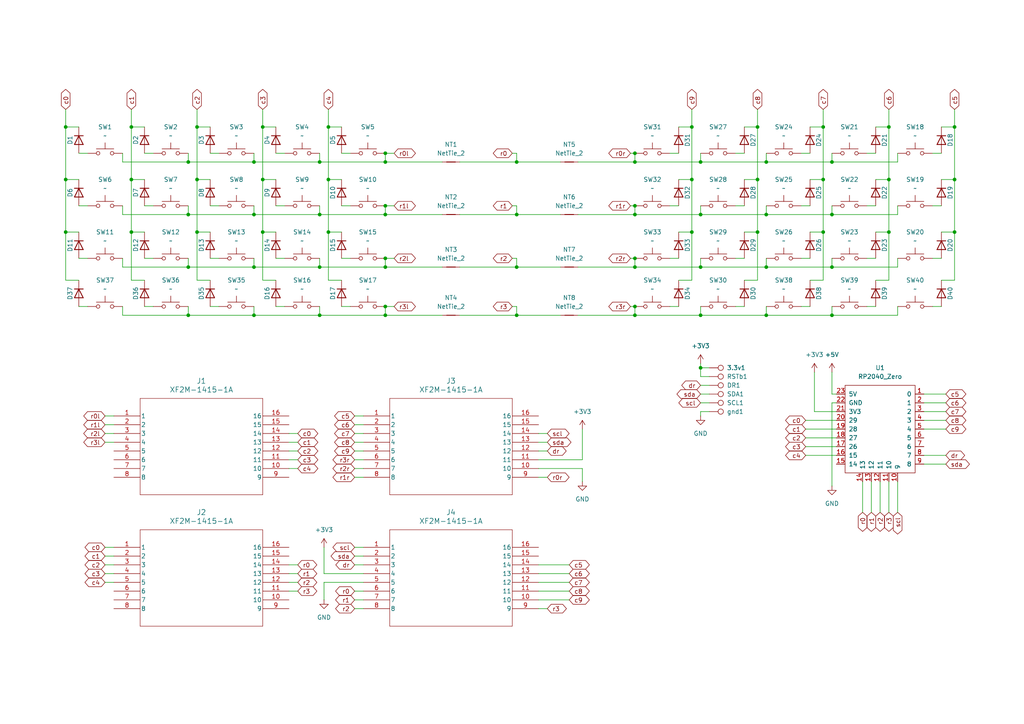
<source format=kicad_sch>
(kicad_sch (version 20250114) (generator "eeschema") (generator_version "9.0")
  (paper "A4")
  (junction (at 73.66 91.44))
  (junction (at 184.15 59.69))
  (junction (at 111.76 74.93))
  (junction (at 241.3 91.44))
  (junction (at 95.25 52.07))
  (junction (at 222.25 77.47))
  (junction (at 92.71 46.99))
  (junction (at 38.1 52.07))
  (junction (at 222.25 91.44))
  (junction (at 241.3 46.99))
  (junction (at 19.05 67.31))
  (junction (at 149.86 77.47))
  (junction (at 222.25 46.99))
  (junction (at 276.86 52.07))
  (junction (at 203.2 46.99))
  (junction (at 111.76 46.99))
  (junction (at 149.86 62.23))
  (junction (at 19.05 36.83))
  (junction (at 57.15 52.07))
  (junction (at 38.1 36.83))
  (junction (at 111.76 91.44))
  (junction (at 238.76 52.07))
  (junction (at 203.2 77.47))
  (junction (at 257.81 36.83))
  (junction (at 111.76 59.69))
  (junction (at 95.25 36.83))
  (junction (at 111.76 88.9))
  (junction (at 111.76 77.47))
  (junction (at 241.3 77.47))
  (junction (at 276.86 36.83))
  (junction (at 219.71 67.31))
  (junction (at 76.2 52.07))
  (junction (at 73.66 62.23))
  (junction (at 257.81 67.31))
  (junction (at 219.71 36.83))
  (junction (at 257.81 52.07))
  (junction (at 76.2 67.31))
  (junction (at 92.71 91.44))
  (junction (at 111.76 62.23))
  (junction (at 200.66 67.31))
  (junction (at 241.3 62.23))
  (junction (at 184.15 44.45))
  (junction (at 57.15 67.31))
  (junction (at 219.71 52.07))
  (junction (at 73.66 46.99))
  (junction (at 92.71 62.23))
  (junction (at 111.76 44.45))
  (junction (at 238.76 36.83))
  (junction (at 222.25 62.23))
  (junction (at 184.15 74.93))
  (junction (at 92.71 77.47))
  (junction (at 200.66 36.83))
  (junction (at 184.15 88.9))
  (junction (at 276.86 67.31))
  (junction (at 19.05 52.07))
  (junction (at 73.66 77.47))
  (junction (at 54.61 91.44))
  (junction (at 184.15 77.47))
  (junction (at 203.2 106.68))
  (junction (at 54.61 46.99))
  (junction (at 76.2 36.83))
  (junction (at 149.86 46.99))
  (junction (at 54.61 62.23))
  (junction (at 238.76 67.31))
  (junction (at 203.2 91.44))
  (junction (at 54.61 77.47))
  (junction (at 38.1 67.31))
  (junction (at 200.66 52.07))
  (junction (at 149.86 91.44))
  (junction (at 203.2 62.23))
  (junction (at 184.15 91.44))
  (junction (at 184.15 62.23))
  (junction (at 184.15 46.99))
  (junction (at 95.25 67.31))
  (junction (at 57.15 36.83))
  (wire (pts (xy 54.61 62.23) (xy 73.66 62.23)))
  (wire (pts (xy 102.87 158.75) (xy 105.41 158.75)))
  (wire (pts (xy 241.3 107.95) (xy 241.3 114.3)))
  (wire (pts (xy 254 67.31) (xy 257.81 67.31)))
  (wire (pts (xy 215.9 44.45) (xy 213.36 44.45)))
  (wire (pts (xy 54.61 46.99) (xy 73.66 46.99)))
  (wire (pts (xy 111.76 44.45) (xy 114.3 44.45)))
  (wire (pts (xy 92.71 59.69) (xy 92.71 62.23)))
  (wire (pts (xy 60.96 81.28) (xy 57.15 81.28)))
  (wire (pts (xy 133.35 77.47) (xy 149.86 77.47)))
  (wire (pts (xy 196.85 74.93) (xy 194.31 74.93)))
  (wire (pts (xy 156.21 135.89) (xy 168.91 135.89)))
  (wire (pts (xy 83.82 166.37) (xy 86.36 166.37)))
  (wire (pts (xy 203.2 111.76) (xy 205.74 111.76)))
  (wire (pts (xy 35.56 77.47) (xy 54.61 77.47)))
  (wire (pts (xy 241.3 88.9) (xy 241.3 91.44)))
  (wire (pts (xy 252.73 139.7) (xy 252.73 148.59)))
  (wire (pts (xy 234.95 36.83) (xy 238.76 36.83)))
  (wire (pts (xy 99.06 88.9) (xy 101.6 88.9)))
  (wire (pts (xy 234.95 59.69) (xy 232.41 59.69)))
  (wire (pts (xy 54.61 88.9) (xy 54.61 91.44)))
  (wire (pts (xy 95.25 81.28) (xy 95.25 67.31)))
  (wire (pts (xy 156.21 171.45) (xy 165.1 171.45)))
  (wire (pts (xy 30.48 120.65) (xy 33.02 120.65)))
  (wire (pts (xy 30.48 123.19) (xy 33.02 123.19)))
  (wire (pts (xy 234.95 81.28) (xy 238.76 81.28)))
  (wire (pts (xy 92.71 91.44) (xy 111.76 91.44)))
  (wire (pts (xy 273.05 59.69) (xy 270.51 59.69)))
  (wire (pts (xy 273.05 52.07) (xy 276.86 52.07)))
  (wire (pts (xy 80.01 81.28) (xy 76.2 81.28)))
  (wire (pts (xy 203.2 106.68) (xy 203.2 109.22)))
  (wire (pts (xy 215.9 36.83) (xy 219.71 36.83)))
  (wire (pts (xy 83.82 171.45) (xy 86.36 171.45)))
  (wire (pts (xy 273.05 67.31) (xy 276.86 67.31)))
  (wire (pts (xy 102.87 130.81) (xy 105.41 130.81)))
  (wire (pts (xy 167.64 46.99) (xy 184.15 46.99)))
  (wire (pts (xy 149.86 91.44) (xy 162.56 91.44)))
  (wire (pts (xy 257.81 67.31) (xy 257.81 81.28)))
  (wire (pts (xy 92.71 74.93) (xy 92.71 77.47)))
  (wire (pts (xy 93.98 168.91) (xy 93.98 173.99)))
  (wire (pts (xy 80.01 74.93) (xy 82.55 74.93)))
  (wire (pts (xy 22.86 74.93) (xy 25.4 74.93)))
  (wire (pts (xy 19.05 52.07) (xy 19.05 36.83)))
  (wire (pts (xy 54.61 59.69) (xy 54.61 62.23)))
  (wire (pts (xy 102.87 176.53) (xy 105.41 176.53)))
  (wire (pts (xy 83.82 133.35) (xy 86.36 133.35)))
  (wire (pts (xy 99.06 81.28) (xy 95.25 81.28)))
  (wire (pts (xy 38.1 31.75) (xy 38.1 36.83)))
  (wire (pts (xy 33.02 166.37) (xy 30.48 166.37)))
  (wire (pts (xy 38.1 52.07) (xy 41.91 52.07)))
  (wire (pts (xy 238.76 36.83) (xy 238.76 31.75)))
  (wire (pts (xy 80.01 44.45) (xy 82.55 44.45)))
  (wire (pts (xy 73.66 46.99) (xy 92.71 46.99)))
  (wire (pts (xy 133.35 91.44) (xy 149.86 91.44)))
  (wire (pts (xy 111.76 88.9) (xy 114.3 88.9)))
  (wire (pts (xy 149.86 74.93) (xy 148.59 74.93)))
  (wire (pts (xy 102.87 120.65) (xy 105.41 120.65)))
  (wire (pts (xy 273.05 44.45) (xy 270.51 44.45)))
  (wire (pts (xy 149.86 44.45) (xy 148.59 44.45)))
  (wire (pts (xy 156.21 168.91) (xy 165.1 168.91)))
  (wire (pts (xy 35.56 62.23) (xy 54.61 62.23)))
  (wire (pts (xy 38.1 52.07) (xy 38.1 36.83)))
  (wire (pts (xy 156.21 133.35) (xy 168.91 133.35)))
  (wire (pts (xy 83.82 135.89) (xy 86.36 135.89)))
  (wire (pts (xy 156.21 128.27) (xy 158.75 128.27)))
  (wire (pts (xy 111.76 59.69) (xy 114.3 59.69)))
  (wire (pts (xy 60.96 59.69) (xy 63.5 59.69)))
  (wire (pts (xy 111.76 62.23) (xy 128.27 62.23)))
  (wire (pts (xy 102.87 163.83) (xy 105.41 163.83)))
  (wire (pts (xy 182.88 59.69) (xy 184.15 59.69)))
  (wire (pts (xy 184.15 44.45) (xy 184.15 46.99)))
  (wire (pts (xy 242.57 127) (xy 233.68 127)))
  (wire (pts (xy 149.86 62.23) (xy 162.56 62.23)))
  (wire (pts (xy 196.85 88.9) (xy 194.31 88.9)))
  (wire (pts (xy 19.05 81.28) (xy 19.05 67.31)))
  (wire (pts (xy 276.86 52.07) (xy 276.86 36.83)))
  (wire (pts (xy 167.64 91.44) (xy 184.15 91.44)))
  (wire (pts (xy 54.61 77.47) (xy 73.66 77.47)))
  (wire (pts (xy 168.91 133.35) (xy 168.91 124.46)))
  (wire (pts (xy 80.01 52.07) (xy 76.2 52.07)))
  (wire (pts (xy 111.76 88.9) (xy 111.76 91.44)))
  (wire (pts (xy 83.82 128.27) (xy 86.36 128.27)))
  (wire (pts (xy 30.48 125.73) (xy 33.02 125.73)))
  (wire (pts (xy 111.76 59.69) (xy 111.76 62.23)))
  (wire (pts (xy 236.22 119.38) (xy 242.57 119.38)))
  (wire (pts (xy 203.2 105.41) (xy 203.2 106.68)))
  (wire (pts (xy 38.1 67.31) (xy 38.1 52.07)))
  (wire (pts (xy 276.86 67.31) (xy 276.86 52.07)))
  (wire (pts (xy 133.35 62.23) (xy 149.86 62.23)))
  (wire (pts (xy 255.27 139.7) (xy 255.27 148.59)))
  (wire (pts (xy 260.35 46.99) (xy 241.3 46.99)))
  (wire (pts (xy 184.15 74.93) (xy 184.15 77.47)))
  (wire (pts (xy 92.71 44.45) (xy 92.71 46.99)))
  (wire (pts (xy 222.25 88.9) (xy 222.25 91.44)))
  (wire (pts (xy 19.05 67.31) (xy 19.05 52.07)))
  (wire (pts (xy 73.66 62.23) (xy 92.71 62.23)))
  (wire (pts (xy 203.2 119.38) (xy 203.2 120.65)))
  (wire (pts (xy 93.98 166.37) (xy 105.41 166.37)))
  (wire (pts (xy 200.66 67.31) (xy 200.66 52.07)))
  (wire (pts (xy 200.66 36.83) (xy 200.66 31.75)))
  (wire (pts (xy 73.66 74.93) (xy 73.66 77.47)))
  (wire (pts (xy 158.75 176.53) (xy 156.21 176.53)))
  (wire (pts (xy 92.71 88.9) (xy 92.71 91.44)))
  (wire (pts (xy 156.21 125.73) (xy 158.75 125.73)))
  (wire (pts (xy 233.68 124.46) (xy 242.57 124.46)))
  (wire (pts (xy 95.25 52.07) (xy 95.25 36.83)))
  (wire (pts (xy 93.98 158.75) (xy 93.98 166.37)))
  (wire (pts (xy 196.85 67.31) (xy 200.66 67.31)))
  (wire (pts (xy 238.76 67.31) (xy 238.76 52.07)))
  (wire (pts (xy 92.71 62.23) (xy 111.76 62.23)))
  (wire (pts (xy 33.02 158.75) (xy 30.48 158.75)))
  (wire (pts (xy 57.15 36.83) (xy 57.15 31.75)))
  (wire (pts (xy 257.81 31.75) (xy 257.81 36.83)))
  (wire (pts (xy 33.02 163.83) (xy 30.48 163.83)))
  (wire (pts (xy 273.05 74.93) (xy 270.51 74.93)))
  (wire (pts (xy 105.41 168.91) (xy 93.98 168.91)))
  (wire (pts (xy 99.06 52.07) (xy 95.25 52.07)))
  (wire (pts (xy 73.66 59.69) (xy 73.66 62.23)))
  (wire (pts (xy 254 59.69) (xy 251.46 59.69)))
  (wire (pts (xy 38.1 36.83) (xy 41.91 36.83)))
  (wire (pts (xy 102.87 135.89) (xy 105.41 135.89)))
  (wire (pts (xy 219.71 81.28) (xy 219.71 67.31)))
  (wire (pts (xy 83.82 163.83) (xy 86.36 163.83)))
  (wire (pts (xy 35.56 91.44) (xy 54.61 91.44)))
  (wire (pts (xy 200.66 81.28) (xy 200.66 67.31)))
  (wire (pts (xy 22.86 88.9) (xy 25.4 88.9)))
  (wire (pts (xy 99.06 74.93) (xy 101.6 74.93)))
  (wire (pts (xy 54.61 74.93) (xy 54.61 77.47)))
  (wire (pts (xy 276.86 31.75) (xy 276.86 36.83)))
  (wire (pts (xy 60.96 52.07) (xy 57.15 52.07)))
  (wire (pts (xy 234.95 67.31) (xy 238.76 67.31)))
  (wire (pts (xy 156.21 173.99) (xy 165.1 173.99)))
  (wire (pts (xy 203.2 59.69) (xy 203.2 62.23)))
  (wire (pts (xy 102.87 128.27) (xy 105.41 128.27)))
  (wire (pts (xy 273.05 81.28) (xy 276.86 81.28)))
  (wire (pts (xy 257.81 67.31) (xy 257.81 52.07)))
  (wire (pts (xy 184.15 88.9) (xy 184.15 91.44)))
  (wire (pts (xy 99.06 36.83) (xy 95.25 36.83)))
  (wire (pts (xy 102.87 123.19) (xy 105.41 123.19)))
  (wire (pts (xy 205.74 119.38) (xy 203.2 119.38)))
  (wire (pts (xy 241.3 46.99) (xy 222.25 46.99)))
  (wire (pts (xy 167.64 77.47) (xy 184.15 77.47)))
  (wire (pts (xy 41.91 88.9) (xy 44.45 88.9)))
  (wire (pts (xy 102.87 173.99) (xy 105.41 173.99)))
  (wire (pts (xy 241.3 91.44) (xy 222.25 91.44)))
  (wire (pts (xy 241.3 59.69) (xy 241.3 62.23)))
  (wire (pts (xy 111.76 44.45) (xy 111.76 46.99)))
  (wire (pts (xy 35.56 88.9) (xy 35.56 91.44)))
  (wire (pts (xy 35.56 46.99) (xy 54.61 46.99)))
  (wire (pts (xy 41.91 59.69) (xy 44.45 59.69)))
  (wire (pts (xy 22.86 59.69) (xy 25.4 59.69)))
  (wire (pts (xy 254 81.28) (xy 257.81 81.28)))
  (wire (pts (xy 260.35 62.23) (xy 241.3 62.23)))
  (wire (pts (xy 260.35 88.9) (xy 260.35 91.44)))
  (wire (pts (xy 257.81 36.83) (xy 254 36.83)))
  (wire (pts (xy 222.25 77.47) (xy 203.2 77.47)))
  (wire (pts (xy 241.3 44.45) (xy 241.3 46.99)))
  (wire (pts (xy 111.76 91.44) (xy 128.27 91.44)))
  (wire (pts (xy 222.25 74.93) (xy 222.25 77.47)))
  (wire (pts (xy 80.01 59.69) (xy 82.55 59.69)))
  (wire (pts (xy 215.9 74.93) (xy 213.36 74.93)))
  (wire (pts (xy 76.2 81.28) (xy 76.2 67.31)))
  (wire (pts (xy 57.15 52.07) (xy 57.15 36.83)))
  (wire (pts (xy 60.96 67.31) (xy 57.15 67.31)))
  (wire (pts (xy 156.21 138.43) (xy 158.75 138.43)))
  (wire (pts (xy 102.87 125.73) (xy 105.41 125.73)))
  (wire (pts (xy 83.82 168.91) (xy 86.36 168.91)))
  (wire (pts (xy 35.56 59.69) (xy 35.56 62.23)))
  (wire (pts (xy 38.1 81.28) (xy 38.1 67.31)))
  (wire (pts (xy 238.76 52.07) (xy 238.76 36.83)))
  (wire (pts (xy 133.35 46.99) (xy 149.86 46.99)))
  (wire (pts (xy 219.71 52.07) (xy 219.71 36.83)))
  (wire (pts (xy 267.97 134.62) (xy 274.32 134.62)))
  (wire (pts (xy 234.95 52.07) (xy 238.76 52.07)))
  (wire (pts (xy 83.82 130.81) (xy 86.36 130.81)))
  (wire (pts (xy 222.25 44.45) (xy 222.25 46.99)))
  (wire (pts (xy 99.06 67.31) (xy 95.25 67.31)))
  (wire (pts (xy 99.06 44.45) (xy 101.6 44.45)))
  (wire (pts (xy 236.22 107.95) (xy 236.22 119.38)))
  (wire (pts (xy 215.9 67.31) (xy 219.71 67.31)))
  (wire (pts (xy 274.32 116.84) (xy 267.97 116.84)))
  (wire (pts (xy 102.87 161.29) (xy 105.41 161.29)))
  (wire (pts (xy 242.57 116.84) (xy 241.3 116.84)))
  (wire (pts (xy 196.85 36.83) (xy 200.66 36.83)))
  (wire (pts (xy 149.86 88.9) (xy 149.86 91.44)))
  (wire (pts (xy 168.91 135.89) (xy 168.91 139.7)))
  (wire (pts (xy 215.9 88.9) (xy 213.36 88.9)))
  (wire (pts (xy 274.32 114.3) (xy 267.97 114.3)))
  (wire (pts (xy 203.2 116.84) (xy 205.74 116.84)))
  (wire (pts (xy 203.2 77.47) (xy 184.15 77.47)))
  (wire (pts (xy 200.66 52.07) (xy 200.66 36.83)))
  (wire (pts (xy 41.91 44.45) (xy 44.45 44.45)))
  (wire (pts (xy 241.3 77.47) (xy 222.25 77.47)))
  (wire (pts (xy 95.25 36.83) (xy 95.25 31.75)))
  (wire (pts (xy 73.66 77.47) (xy 92.71 77.47)))
  (wire (pts (xy 76.2 67.31) (xy 76.2 52.07)))
  (wire (pts (xy 167.64 62.23) (xy 184.15 62.23)))
  (wire (pts (xy 203.2 74.93) (xy 203.2 77.47)))
  (wire (pts (xy 83.82 125.73) (xy 86.36 125.73)))
  (wire (pts (xy 149.86 59.69) (xy 149.86 62.23)))
  (wire (pts (xy 80.01 36.83) (xy 76.2 36.83)))
  (wire (pts (xy 76.2 36.83) (xy 76.2 31.75)))
  (wire (pts (xy 203.2 44.45) (xy 203.2 46.99)))
  (wire (pts (xy 102.87 138.43) (xy 105.41 138.43)))
  (wire (pts (xy 274.32 121.92) (xy 267.97 121.92)))
  (wire (pts (xy 222.25 62.23) (xy 203.2 62.23)))
  (wire (pts (xy 260.35 91.44) (xy 241.3 91.44)))
  (wire (pts (xy 274.32 124.46) (xy 267.97 124.46)))
  (wire (pts (xy 260.35 139.7) (xy 260.35 148.59)))
  (wire (pts (xy 95.25 67.31) (xy 95.25 52.07)))
  (wire (pts (xy 184.15 59.69) (xy 184.15 62.23)))
  (wire (pts (xy 102.87 171.45) (xy 105.41 171.45)))
  (wire (pts (xy 33.02 168.91) (xy 30.48 168.91)))
  (wire (pts (xy 241.3 74.93) (xy 241.3 77.47)))
  (wire (pts (xy 260.35 74.93) (xy 260.35 77.47)))
  (wire (pts (xy 222.25 46.99) (xy 203.2 46.99)))
  (wire (pts (xy 149.86 74.93) (xy 149.86 77.47)))
  (wire (pts (xy 182.88 74.93) (xy 184.15 74.93)))
  (wire (pts (xy 234.95 74.93) (xy 232.41 74.93)))
  (wire (pts (xy 35.56 74.93) (xy 35.56 77.47)))
  (wire (pts (xy 241.3 116.84) (xy 241.3 140.97)))
  (wire (pts (xy 41.91 67.31) (xy 38.1 67.31)))
  (wire (pts (xy 276.86 67.31) (xy 276.86 81.28)))
  (wire (pts (xy 156.21 163.83) (xy 165.1 163.83)))
  (wire (pts (xy 80.01 67.31) (xy 76.2 67.31)))
  (wire (pts (xy 60.96 88.9) (xy 63.5 88.9)))
  (wire (pts (xy 215.9 52.07) (xy 219.71 52.07)))
  (wire (pts (xy 57.15 81.28) (xy 57.15 67.31)))
  (wire (pts (xy 19.05 31.75) (xy 19.05 36.83)))
  (wire (pts (xy 182.88 88.9) (xy 184.15 88.9)))
  (wire (pts (xy 60.96 36.83) (xy 57.15 36.83)))
  (wire (pts (xy 242.57 129.54) (xy 233.68 129.54)))
  (wire (pts (xy 156.21 166.37) (xy 165.1 166.37)))
  (wire (pts (xy 257.81 139.7) (xy 257.81 148.59)))
  (wire (pts (xy 41.91 74.93) (xy 44.45 74.93)))
  (wire (pts (xy 254 44.45) (xy 251.46 44.45)))
  (wire (pts (xy 196.85 81.28) (xy 200.66 81.28)))
  (wire (pts (xy 33.02 161.29) (xy 30.48 161.29)))
  (wire (pts (xy 234.95 88.9) (xy 232.41 88.9)))
  (wire (pts (xy 215.9 59.69) (xy 213.36 59.69)))
  (wire (pts (xy 182.88 44.45) (xy 184.15 44.45)))
  (wire (pts (xy 203.2 106.68) (xy 205.74 106.68)))
  (wire (pts (xy 203.2 62.23) (xy 184.15 62.23)))
  (wire (pts (xy 219.71 36.83) (xy 219.71 31.75)))
  (wire (pts (xy 219.71 67.31) (xy 219.71 52.07)))
  (wire (pts (xy 22.86 52.07) (xy 19.05 52.07)))
  (wire (pts (xy 30.48 128.27) (xy 33.02 128.27)))
  (wire (pts (xy 57.15 67.31) (xy 57.15 52.07)))
  (wire (pts (xy 254 88.9) (xy 251.46 88.9)))
  (wire (pts (xy 111.76 46.99) (xy 128.27 46.99)))
  (wire (pts (xy 260.35 77.47) (xy 241.3 77.47)))
  (wire (pts (xy 60.96 74.93) (xy 63.5 74.93)))
  (wire (pts (xy 242.57 132.08) (xy 233.68 132.08)))
  (wire (pts (xy 203.2 88.9) (xy 203.2 91.44)))
  (wire (pts (xy 260.35 59.69) (xy 260.35 62.23)))
  (wire (pts (xy 234.95 44.45) (xy 232.41 44.45)))
  (wire (pts (xy 257.81 52.07) (xy 254 52.07)))
  (wire (pts (xy 241.3 62.23) (xy 222.25 62.23)))
  (wire (pts (xy 196.85 44.45) (xy 194.31 44.45)))
  (wire (pts (xy 215.9 81.28) (xy 219.71 81.28)))
  (wire (pts (xy 274.32 119.38) (xy 267.97 119.38)))
  (wire (pts (xy 54.61 91.44) (xy 73.66 91.44)))
  (wire (pts (xy 41.91 81.28) (xy 38.1 81.28)))
  (wire (pts (xy 250.19 139.7) (xy 250.19 148.59)))
  (wire (pts (xy 196.85 59.69) (xy 194.31 59.69)))
  (wire (pts (xy 149.86 77.47) (xy 162.56 77.47)))
  (wire (pts (xy 241.3 114.3) (xy 242.57 114.3)))
  (wire (pts (xy 111.76 74.93) (xy 114.3 74.93)))
  (wire (pts (xy 233.68 121.92) (xy 242.57 121.92)))
  (wire (pts (xy 156.21 130.81) (xy 158.75 130.81)))
  (wire (pts (xy 60.96 44.45) (xy 63.5 44.45)))
  (wire (pts (xy 22.86 44.45) (xy 25.4 44.45)))
  (wire (pts (xy 149.86 59.69) (xy 148.59 59.69)))
  (wire (pts (xy 203.2 46.99) (xy 184.15 46.99)))
  (wire (pts (xy 19.05 36.83) (xy 22.86 36.83)))
  (wire (pts (xy 54.61 44.45) (xy 54.61 46.99)))
  (wire (pts (xy 254 74.93) (xy 251.46 74.93)))
  (wire (pts (xy 35.56 44.45) (xy 35.56 46.99)))
  (wire (pts (xy 149.86 44.45) (xy 149.86 46.99)))
  (wire (pts (xy 80.01 88.9) (xy 82.55 88.9)))
  (wire (pts (xy 205.74 114.3) (xy 203.2 114.3)))
  (wire (pts (xy 260.35 44.45) (xy 260.35 46.99)))
  (wire (pts (xy 196.85 52.07) (xy 200.66 52.07)))
  (wire (pts (xy 276.86 36.83) (xy 273.05 36.83)))
  (wire (pts (xy 203.2 91.44) (xy 184.15 91.44)))
  (wire (pts (xy 238.76 67.31) (xy 238.76 81.28)))
  (wire (pts (xy 111.76 74.93) (xy 111.76 77.47)))
  (wire (pts (xy 22.86 67.31) (xy 19.05 67.31)))
  (wire (pts (xy 73.66 91.44) (xy 92.71 91.44)))
  (wire (pts (xy 73.66 44.45) (xy 73.66 46.99)))
  (wire (pts (xy 149.86 46.99) (xy 162.56 46.99)))
  (wire (pts (xy 273.05 88.9) (xy 270.51 88.9)))
  (wire (pts (xy 102.87 133.35) (xy 105.41 133.35)))
  (wire (pts (xy 257.81 52.07) (xy 257.81 36.83)))
  (wire (pts (xy 76.2 52.07) (xy 76.2 36.83)))
  (wire (pts (xy 267.97 132.08) (xy 274.32 132.08)))
  (wire (pts (xy 73.66 88.9) (xy 73.66 91.44)))
  (wire (pts (xy 205.74 109.22) (xy 203.2 109.22)))
  (wire (pts (xy 149.86 88.9) (xy 148.59 88.9)))
  (wire (pts (xy 99.06 59.69) (xy 101.6 59.69)))
  (wire (pts (xy 111.76 77.47) (xy 128.27 77.47)))
  (wire (pts (xy 92.71 46.99) (xy 111.76 46.99)))
  (wire (pts (xy 222.25 91.44) (xy 203.2 91.44)))
  (wire (pts (xy 22.86 81.28) (xy 19.05 81.28)))
  (wire (pts (xy 222.25 59.69) (xy 222.25 62.23)))
  (wire (pts (xy 92.71 77.47) (xy 111.76 77.47)))
  (global_label "r2r" (shape bidirectional) (at 182.88 74.93 180) (property "Intersheetrefs" "${INTERSHEET_REFS}" (effects (hide yes))))
  (global_label "sda" (shape bidirectional) (at 158.75 128.27 0) (property "Intersheetrefs" "${INTERSHEET_REFS}" (effects (hide yes))))
  (global_label "r2l" (shape bidirectional) (at 114.3 74.93 0) (property "Intersheetrefs" "${INTERSHEET_REFS}" (effects (hide yes))))
  (global_label "scl" (shape bidirectional) (at 203.2 116.84 180) (property "Intersheetrefs" "${INTERSHEET_REFS}" (effects (hide yes))))
  (global_label "c5" (shape bidirectional) (at 165.1 163.83 0) (property "Intersheetrefs" "${INTERSHEET_REFS}" (effects (hide yes))))
  (global_label "c5" (shape bidirectional) (at 276.86 31.75 90) (property "Intersheetrefs" "${INTERSHEET_REFS}" (effects (hide yes))))
  (global_label "dr" (shape bidirectional) (at 102.87 163.83 180) (property "Intersheetrefs" "${INTERSHEET_REFS}" (effects (hide yes))))
  (global_label "c9" (shape bidirectional) (at 102.87 130.81 180) (property "Intersheetrefs" "${INTERSHEET_REFS}" (effects (hide yes))))
  (global_label "r0" (shape bidirectional) (at 102.87 171.45 180) (property "Intersheetrefs" "${INTERSHEET_REFS}" (effects (hide yes))))
  (global_label "r1" (shape bidirectional) (at 86.36 166.37 0) (property "Intersheetrefs" "${INTERSHEET_REFS}" (effects (hide yes))))
  (global_label "r0r" (shape bidirectional) (at 158.75 138.43 0) (property "Intersheetrefs" "${INTERSHEET_REFS}" (effects (hide yes))))
  (global_label "r0" (shape bidirectional) (at 250.19 148.59 270) (property "Intersheetrefs" "${INTERSHEET_REFS}" (effects (hide yes))))
  (global_label "c5" (shape bidirectional) (at 102.87 120.65 180) (property "Intersheetrefs" "${INTERSHEET_REFS}" (effects (hide yes))))
  (global_label "c2" (shape bidirectional) (at 57.15 31.75 90) (property "Intersheetrefs" "${INTERSHEET_REFS}" (effects (hide yes))))
  (global_label "r3l" (shape bidirectional) (at 30.48 128.27 180) (property "Intersheetrefs" "${INTERSHEET_REFS}" (effects (hide yes))))
  (global_label "r1" (shape bidirectional) (at 252.73 148.59 270) (property "Intersheetrefs" "${INTERSHEET_REFS}" (effects (hide yes))))
  (global_label "c6" (shape bidirectional) (at 165.1 166.37 0) (property "Intersheetrefs" "${INTERSHEET_REFS}" (effects (hide yes))))
  (global_label "r0l" (shape bidirectional) (at 30.48 120.65 180) (property "Intersheetrefs" "${INTERSHEET_REFS}" (effects (hide yes))))
  (global_label "r0" (shape bidirectional) (at 86.36 163.83 0) (property "Intersheetrefs" "${INTERSHEET_REFS}" (effects (hide yes))))
  (global_label "r2r" (shape bidirectional) (at 102.87 135.89 180) (property "Intersheetrefs" "${INTERSHEET_REFS}" (effects (hide yes))))
  (global_label "r3" (shape bidirectional) (at 257.81 148.59 270) (property "Intersheetrefs" "${INTERSHEET_REFS}" (effects (hide yes))))
  (global_label "c3" (shape bidirectional) (at 86.36 133.35 0) (property "Intersheetrefs" "${INTERSHEET_REFS}" (effects (hide yes))))
  (global_label "r2" (shape bidirectional) (at 148.59 74.93 180) (property "Intersheetrefs" "${INTERSHEET_REFS}" (effects (hide yes))))
  (global_label "c1" (shape bidirectional) (at 233.68 124.46 180) (property "Intersheetrefs" "${INTERSHEET_REFS}" (effects (hide yes))))
  (global_label "sda" (shape bidirectional) (at 102.87 161.29 180) (property "Intersheetrefs" "${INTERSHEET_REFS}" (effects (hide yes))))
  (global_label "c2" (shape bidirectional) (at 233.68 127 180) (property "Intersheetrefs" "${INTERSHEET_REFS}" (effects (hide yes))))
  (global_label "c6" (shape bidirectional) (at 257.81 31.75 90) (property "Intersheetrefs" "${INTERSHEET_REFS}" (effects (hide yes))))
  (global_label "r3r" (shape bidirectional) (at 182.88 88.9 180) (property "Intersheetrefs" "${INTERSHEET_REFS}" (effects (hide yes))))
  (global_label "r1l" (shape bidirectional) (at 114.3 59.69 0) (property "Intersheetrefs" "${INTERSHEET_REFS}" (effects (hide yes))))
  (global_label "c1" (shape bidirectional) (at 30.48 161.29 180) (property "Intersheetrefs" "${INTERSHEET_REFS}" (effects (hide yes))))
  (global_label "c5" (shape bidirectional) (at 274.32 114.3 0) (property "Intersheetrefs" "${INTERSHEET_REFS}" (effects (hide yes))))
  (global_label "c7" (shape bidirectional) (at 102.87 125.73 180) (property "Intersheetrefs" "${INTERSHEET_REFS}" (effects (hide yes))))
  (global_label "r2l" (shape bidirectional) (at 30.48 125.73 180) (property "Intersheetrefs" "${INTERSHEET_REFS}" (effects (hide yes))))
  (global_label "r3" (shape bidirectional) (at 148.59 88.9 180) (property "Intersheetrefs" "${INTERSHEET_REFS}" (effects (hide yes))))
  (global_label "r3r" (shape bidirectional) (at 102.87 133.35 180) (property "Intersheetrefs" "${INTERSHEET_REFS}" (effects (hide yes))))
  (global_label "dr" (shape bidirectional) (at 158.75 130.81 0) (property "Intersheetrefs" "${INTERSHEET_REFS}" (effects (hide yes))))
  (global_label "c8" (shape bidirectional) (at 219.71 31.75 90) (property "Intersheetrefs" "${INTERSHEET_REFS}" (effects (hide yes))))
  (global_label "c6" (shape bidirectional) (at 274.32 116.84 0) (property "Intersheetrefs" "${INTERSHEET_REFS}" (effects (hide yes))))
  (global_label "scl" (shape bidirectional) (at 260.35 148.59 270) (property "Intersheetrefs" "${INTERSHEET_REFS}" (effects (hide yes))))
  (global_label "c0" (shape bidirectional) (at 19.05 31.75 90) (property "Intersheetrefs" "${INTERSHEET_REFS}" (effects (hide yes))))
  (global_label "c6" (shape bidirectional) (at 102.87 123.19 180) (property "Intersheetrefs" "${INTERSHEET_REFS}" (effects (hide yes))))
  (global_label "c1" (shape bidirectional) (at 86.36 128.27 0) (property "Intersheetrefs" "${INTERSHEET_REFS}" (effects (hide yes))))
  (global_label "r3" (shape bidirectional) (at 86.36 171.45 0) (property "Intersheetrefs" "${INTERSHEET_REFS}" (effects (hide yes))))
  (global_label "c8" (shape bidirectional) (at 274.32 121.92 0) (property "Intersheetrefs" "${INTERSHEET_REFS}" (effects (hide yes))))
  (global_label "r1" (shape bidirectional) (at 102.87 173.99 180) (property "Intersheetrefs" "${INTERSHEET_REFS}" (effects (hide yes))))
  (global_label "r0l" (shape bidirectional) (at 114.3 44.45 0) (property "Intersheetrefs" "${INTERSHEET_REFS}" (effects (hide yes))))
  (global_label "c4" (shape bidirectional) (at 86.36 135.89 0) (property "Intersheetrefs" "${INTERSHEET_REFS}" (effects (hide yes))))
  (global_label "dr" (shape bidirectional) (at 274.32 132.08 0) (property "Intersheetrefs" "${INTERSHEET_REFS}" (effects (hide yes))))
  (global_label "r0r" (shape bidirectional) (at 182.88 44.45 180) (property "Intersheetrefs" "${INTERSHEET_REFS}" (effects (hide yes))))
  (global_label "r3l" (shape bidirectional) (at 114.3 88.9 0) (property "Intersheetrefs" "${INTERSHEET_REFS}" (effects (hide yes))))
  (global_label "c2" (shape bidirectional) (at 86.36 130.81 0) (property "Intersheetrefs" "${INTERSHEET_REFS}" (effects (hide yes))))
  (global_label "c9" (shape bidirectional) (at 165.1 173.99 0) (property "Intersheetrefs" "${INTERSHEET_REFS}" (effects (hide yes))))
  (global_label "sda" (shape bidirectional) (at 274.32 134.62 0) (property "Intersheetrefs" "${INTERSHEET_REFS}" (effects (hide yes))))
  (global_label "c9" (shape bidirectional) (at 274.32 124.46 0) (property "Intersheetrefs" "${INTERSHEET_REFS}" (effects (hide yes))))
  (global_label "c3" (shape bidirectional) (at 30.48 166.37 180) (property "Intersheetrefs" "${INTERSHEET_REFS}" (effects (hide yes))))
  (global_label "r3" (shape bidirectional) (at 158.75 176.53 0) (property "Intersheetrefs" "${INTERSHEET_REFS}" (effects (hide yes))))
  (global_label "r1l" (shape bidirectional) (at 30.48 123.19 180) (property "Intersheetrefs" "${INTERSHEET_REFS}" (effects (hide yes))))
  (global_label "r1" (shape bidirectional) (at 148.59 59.69 180) (property "Intersheetrefs" "${INTERSHEET_REFS}" (effects (hide yes))))
  (global_label "sda" (shape bidirectional) (at 203.2 114.3 180) (property "Intersheetrefs" "${INTERSHEET_REFS}" (effects (hide yes))))
  (global_label "scl" (shape bidirectional) (at 102.87 158.75 180) (property "Intersheetrefs" "${INTERSHEET_REFS}" (effects (hide yes))))
  (global_label "c4" (shape bidirectional) (at 30.48 168.91 180) (property "Intersheetrefs" "${INTERSHEET_REFS}" (effects (hide yes))))
  (global_label "c7" (shape bidirectional) (at 274.32 119.38 0) (property "Intersheetrefs" "${INTERSHEET_REFS}" (effects (hide yes))))
  (global_label "r0" (shape bidirectional) (at 148.59 44.45 180) (property "Intersheetrefs" "${INTERSHEET_REFS}" (effects (hide yes))))
  (global_label "c8" (shape bidirectional) (at 165.1 171.45 0) (property "Intersheetrefs" "${INTERSHEET_REFS}" (effects (hide yes))))
  (global_label "c0" (shape bidirectional) (at 86.36 125.73 0) (property "Intersheetrefs" "${INTERSHEET_REFS}" (effects (hide yes))))
  (global_label "c3" (shape bidirectional) (at 233.68 129.54 180) (property "Intersheetrefs" "${INTERSHEET_REFS}" (effects (hide yes))))
  (global_label "r1r" (shape bidirectional) (at 182.88 59.69 180) (property "Intersheetrefs" "${INTERSHEET_REFS}" (effects (hide yes))))
  (global_label "c4" (shape bidirectional) (at 233.68 132.08 180) (property "Intersheetrefs" "${INTERSHEET_REFS}" (effects (hide yes))))
  (global_label "c3" (shape bidirectional) (at 76.2 31.75 90) (property "Intersheetrefs" "${INTERSHEET_REFS}" (effects (hide yes))))
  (global_label "scl" (shape bidirectional) (at 158.75 125.73 0) (property "Intersheetrefs" "${INTERSHEET_REFS}" (effects (hide yes))))
  (global_label "c0" (shape bidirectional) (at 233.68 121.92 180) (property "Intersheetrefs" "${INTERSHEET_REFS}" (effects (hide yes))))
  (global_label "c0" (shape bidirectional) (at 30.48 158.75 180) (property "Intersheetrefs" "${INTERSHEET_REFS}" (effects (hide yes))))
  (global_label "r2" (shape bidirectional) (at 102.87 176.53 180) (property "Intersheetrefs" "${INTERSHEET_REFS}" (effects (hide yes))))
  (global_label "c4" (shape bidirectional) (at 95.25 31.75 90) (property "Intersheetrefs" "${INTERSHEET_REFS}" (effects (hide yes))))
  (global_label "c8" (shape bidirectional) (at 102.87 128.27 180) (property "Intersheetrefs" "${INTERSHEET_REFS}" (effects (hide yes))))
  (global_label "c1" (shape bidirectional) (at 38.1 31.75 90) (property "Intersheetrefs" "${INTERSHEET_REFS}" (effects (hide yes))))
  (global_label "c7" (shape bidirectional) (at 238.76 31.75 90) (property "Intersheetrefs" "${INTERSHEET_REFS}" (effects (hide yes))))
  (global_label "r1r" (shape bidirectional) (at 102.87 138.43 180) (property "Intersheetrefs" "${INTERSHEET_REFS}" (effects (hide yes))))
  (global_label "r2" (shape bidirectional) (at 86.36 168.91 0) (property "Intersheetrefs" "${INTERSHEET_REFS}" (effects (hide yes))))
  (global_label "c7" (shape bidirectional) (at 165.1 168.91 0) (property "Intersheetrefs" "${INTERSHEET_REFS}" (effects (hide yes))))
  (global_label "c2" (shape bidirectional) (at 30.48 163.83 180) (property "Intersheetrefs" "${INTERSHEET_REFS}" (effects (hide yes))))
  (global_label "dr" (shape bidirectional) (at 203.2 111.76 180) (property "Intersheetrefs" "${INTERSHEET_REFS}" (effects (hide yes))))
  (global_label "c9" (shape bidirectional) (at 200.66 31.75 90) (property "Intersheetrefs" "${INTERSHEET_REFS}" (effects (hide yes))))
  (global_label "r2" (shape bidirectional) (at 255.27 148.59 270) (property "Intersheetrefs" "${INTERSHEET_REFS}" (effects (hide yes))))
  (symbol (lib_id "Diode:1N4148W") (at 60.96 71.12 270) (unit 1)
    (property "Reference" "D13" (at 58.42 71.12 0))
    (property "Footprint" "ScottoKeebs_Components:Diode_SOD-123" (effects (hide yes)))
  )
  (symbol (lib_id "Diode:1N4148W") (at 99.06 85.09 270) (unit 1)
    (property "Reference" "D17" (at 96.52 85.09 0))
    (property "Footprint" "ScottoKeebs_Components:Diode_SOD-123" (effects (hide yes)))
  )
  (symbol (lib_id "Diode:1N4148W") (at 41.91 40.64 270) (unit 1)
    (property "Reference" "D2" (at 39.37 40.64 0))
    (property "Footprint" "ScottoKeebs_Components:Diode_SOD-123" (effects (hide yes)))
  )
  (symbol (lib_id "Diode:1N4148W") (at 196.85 40.64 90) (mirror x) (unit 1)
    (property "Reference" "D31" (at 199.39 40.64 0))
    (property "Footprint" "ScottoKeebs_Components:Diode_SOD-123" (effects (hide yes)))
  )
  (symbol (lib_id "Connector:TestPoint") (at 205.74 114.3 270) (unit 1)
    (property "Reference" "SDA1" (at 210.82 114.3 90) (effects (justify left)))
    (property "Value" "TestPoint" (effects (hide yes)))
    (property "Footprint" "TestPoint:TestPoint_Pad_1.0x1.0mm" (effects (hide yes)))
    (property "Description" "test point" (effects (hide yes)))
  )
  (symbol (lib_id "ScottoKeebs:Placeholder_Switch") (at 265.43 74.93 0) (mirror y) (unit 1)
    (property "Reference" "SW20" (at 265.43 67.31 0))
    (property "Value" "~" (at 265.43 69.85 0))
    (property "Footprint" "ScottoKeebs_Hotswap:Hotswap_Choc_V1V2_1.00u" (effects (hide yes)))
  )
  (symbol (lib_id "ScottoKeebs:Placeholder_Switch") (at 265.43 88.9 0) (mirror y) (unit 1)
    (property "Reference" "SW40" (at 265.43 81.28 0))
    (property "Value" "~" (at 265.43 83.82 0))
    (property "Footprint" "ScottoKeebs_Hotswap:Hotswap_Choc_V1V2_1.00u" (effects (hide yes)))
  )
  (symbol (lib_id "Diode:1N4148W") (at 22.86 71.12 270) (unit 1)
    (property "Reference" "D11" (at 20.32 71.12 0))
    (property "Footprint" "ScottoKeebs_Components:Diode_SOD-123" (effects (hide yes)))
  )
  (symbol (lib_id "ScottoKeebs:Placeholder_Switch") (at 49.53 44.45 0) (unit 1)
    (property "Reference" "SW2" (at 49.53 36.83 0))
    (property "Value" "~" (at 49.53 39.37 0))
    (property "Footprint" "ScottoKeebs_Hotswap:Hotswap_Choc_V1V2_1.00u" (effects (hide yes)))
  )
  (symbol (lib_id "power:+5V") (at 241.3 107.95 0) (unit 1)
    (property "Reference" "#PWR02" (effects (hide yes)))
    (property "Value" "+5V" (at 241.3 102.87 0))
  )
  (symbol (lib_id "ScottoKeebs:Placeholder_Switch") (at 208.28 59.69 0) (mirror y) (unit 1)
    (property "Reference" "SW28" (at 208.28 52.07 0))
    (property "Value" "~" (at 208.28 54.61 0))
    (property "Footprint" "ScottoKeebs_Hotswap:Hotswap_Choc_V1V2_1.00u" (effects (hide yes)))
  )
  (symbol (lib_id "Diode:1N4148W") (at 80.01 85.09 270) (unit 1)
    (property "Reference" "D16" (at 77.47 85.09 0))
    (property "Footprint" "ScottoKeebs_Components:Diode_SOD-123" (effects (hide yes)))
  )
  (symbol (lib_id "ScottoKeebs:Placeholder_Switch") (at 208.28 44.45 0) (mirror y) (unit 1)
    (property "Reference" "SW27" (at 208.28 36.83 0))
    (property "Value" "~" (at 208.28 39.37 0))
    (property "Footprint" "ScottoKeebs_Hotswap:Hotswap_Choc_V1V2_1.00u" (effects (hide yes)))
  )
  (symbol (lib_id "Diode:1N4148W") (at 80.01 40.64 270) (unit 1)
    (property "Reference" "D4" (at 77.47 40.64 0))
    (property "Footprint" "ScottoKeebs_Components:Diode_SOD-123" (effects (hide yes)))
  )
  (symbol (lib_id "Diode:1N4148W") (at 254 40.64 90) (mirror x) (unit 1)
    (property "Reference" "D21" (at 256.54 40.64 0))
    (property "Footprint" "ScottoKeebs_Components:Diode_SOD-123" (effects (hide yes)))
  )
  (symbol (lib_id "Diode:1N4148W") (at 22.86 40.64 270) (unit 1)
    (property "Reference" "D1" (at 20.32 40.64 0))
    (property "Footprint" "ScottoKeebs_Components:Diode_SOD-123" (effects (hide yes)))
  )
  (symbol (lib_id "ScottoKeebs:Placeholder_Switch") (at 68.58 74.93 0) (unit 1)
    (property "Reference" "SW13" (at 68.58 67.31 0))
    (property "Value" "~" (at 68.58 69.85 0))
    (property "Footprint" "ScottoKeebs_Hotswap:Hotswap_Choc_V1V2_1.00u" (effects (hide yes)))
  )
  (symbol (lib_id "ScottoKeebs:Placeholder_Switch") (at 68.58 44.45 0) (unit 1)
    (property "Reference" "SW3" (at 68.58 36.83 0))
    (property "Value" "~" (at 68.58 39.37 0))
    (property "Footprint" "ScottoKeebs_Hotswap:Hotswap_Choc_V1V2_1.00u" (effects (hide yes)))
  )
  (symbol (lib_id "Diode:1N4148W") (at 196.85 55.88 90) (mirror x) (unit 1)
    (property "Reference" "D32" (at 199.39 55.88 0))
    (property "Footprint" "ScottoKeebs_Components:Diode_SOD-123" (effects (hide yes)))
  )
  (symbol (lib_id "Diode:1N4148W") (at 234.95 55.88 90) (mirror x) (unit 1)
    (property "Reference" "D25" (at 237.49 55.88 0))
    (property "Footprint" "ScottoKeebs_Components:Diode_SOD-123" (effects (hide yes)))
  )
  (symbol (lib_id "ScottoKeebs:Placeholder_Switch") (at 49.53 59.69 0) (unit 1)
    (property "Reference" "SW7" (at 49.53 52.07 0))
    (property "Value" "~" (at 49.53 54.61 0))
    (property "Footprint" "ScottoKeebs_Hotswap:Hotswap_Choc_V1V2_1.00u" (effects (hide yes)))
  )
  (symbol (lib_id "2025-06-28_16-50-00:XF2M-1415-1A") (at 33.02 158.75 0) (unit 1)
    (property "Reference" "J2" (at 58.42 148.59 0) (effects (font (size 1.524 1.524))))
    (property "Value" "XF2M-1415-1A" (at 58.42 151.13 0) (effects (font (size 1.524 1.524))))
    (property "Footprint" "Connector_FFC-FPC:CON14_1X14_DRB_XF2C_TYC" (effects (hide yes)))
    (property "Datasheet" "XF2M-1415-1A" (effects (hide yes)))
  )
  (symbol (lib_id "ScottoKeebs:Placeholder_Switch") (at 106.68 59.69 0) (unit 1)
    (property "Reference" "SW10" (at 106.68 52.07 0))
    (property "Value" "~" (at 106.68 54.61 0))
    (property "Footprint" "ScottoKeebs_Hotswap:Hotswap_Choc_V1V2_1.00u" (effects (hide yes)))
  )
  (symbol (lib_id "Diode:1N4148W") (at 99.06 71.12 270) (unit 1)
    (property "Reference" "D15" (at 96.52 71.12 0))
    (property "Footprint" "ScottoKeebs_Components:Diode_SOD-123" (effects (hide yes)))
  )
  (symbol (lib_id "Connector:TestPoint") (at 205.74 111.76 270) (unit 1)
    (property "Reference" "DR1" (at 210.82 111.76 90) (effects (justify left)))
    (property "Value" "TestPoint" (effects (hide yes)))
    (property "Footprint" "TestPoint:TestPoint_Pad_1.0x1.0mm" (effects (hide yes)))
    (property "Description" "test point" (effects (hide yes)))
  )
  (symbol (lib_id "Device:NetTie_2") (at 165.1 62.23 0) (unit 1) (in_bom no)
    (property "Reference" "NT6" (at 165.1 57.15 0))
    (property "Value" "NetTie_2" (at 165.1 59.69 0))
    (property "Footprint" "NetTie:NetTie-2_SMD_Pad0.5mm" (effects (hide yes)))
    (property "Description" "Net tie, 2 pins" (effects (hide yes)))
  )
  (symbol (lib_id "ScottoKeebs:Placeholder_Switch") (at 106.68 74.93 0) (unit 1)
    (property "Reference" "SW15" (at 106.68 67.31 0))
    (property "Value" "~" (at 106.68 69.85 0))
    (property "Footprint" "ScottoKeebs_Hotswap:Hotswap_Choc_V1V2_1.00u" (effects (hide yes)))
  )
  (symbol (lib_id "Diode:1N4148W") (at 60.96 55.88 270) (unit 1)
    (property "Reference" "D8" (at 58.42 55.88 0))
    (property "Footprint" "ScottoKeebs_Components:Diode_SOD-123" (effects (hide yes)))
  )
  (symbol (lib_id "Device:NetTie_2") (at 130.81 77.47 0) (unit 1) (in_bom no)
    (property "Reference" "NT3" (at 130.81 72.39 0))
    (property "Value" "NetTie_2" (at 130.81 74.93 0))
    (property "Footprint" "NetTie:NetTie-2_SMD_Pad0.5mm" (effects (hide yes)))
    (property "Description" "Net tie, 2 pins" (effects (hide yes)))
  )
  (symbol (lib_id "Diode:1N4148W") (at 99.06 55.88 270) (unit 1)
    (property "Reference" "D10" (at 96.52 55.88 0))
    (property "Footprint" "ScottoKeebs_Components:Diode_SOD-123" (effects (hide yes)))
  )
  (symbol (lib_id "Device:NetTie_2") (at 165.1 91.44 0) (unit 1) (in_bom no)
    (property "Reference" "NT8" (at 165.1 86.36 0))
    (property "Value" "NetTie_2" (at 165.1 88.9 0))
    (property "Footprint" "NetTie:NetTie-2_SMD_Pad0.5mm" (effects (hide yes)))
    (property "Description" "Net tie, 2 pins" (effects (hide yes)))
  )
  (symbol (lib_id "Diode:1N4148W") (at 196.85 71.12 90) (mirror x) (unit 1)
    (property "Reference" "D33" (at 199.39 71.12 0))
    (property "Footprint" "ScottoKeebs_Components:Diode_SOD-123" (effects (hide yes)))
  )
  (symbol (lib_id "Diode:1N4148W") (at 273.05 71.12 90) (mirror x) (unit 1)
    (property "Reference" "D20" (at 275.59 71.12 0))
    (property "Footprint" "ScottoKeebs_Components:Diode_SOD-123" (effects (hide yes)))
  )
  (symbol (lib_id "ScottoKeebs:Placeholder_Switch") (at 49.53 74.93 0) (unit 1)
    (property "Reference" "SW12" (at 49.53 67.31 0))
    (property "Value" "~" (at 49.53 69.85 0))
    (property "Footprint" "ScottoKeebs_Hotswap:Hotswap_Choc_V1V2_1.00u" (effects (hide yes)))
  )
  (symbol (lib_id "Diode:1N4148W") (at 80.01 55.88 270) (unit 1)
    (property "Reference" "D9" (at 77.47 55.88 0))
    (property "Footprint" "ScottoKeebs_Components:Diode_SOD-123" (effects (hide yes)))
  )
  (symbol (lib_id "Diode:1N4148W") (at 60.96 85.09 270) (unit 1)
    (property "Reference" "D35" (at 58.42 85.09 0))
    (property "Footprint" "ScottoKeebs_Components:Diode_SOD-123" (effects (hide yes)))
  )
  (symbol (lib_id "ScottoKeebs:Placeholder_Switch") (at 68.58 88.9 0) (unit 1)
    (property "Reference" "SW35" (at 68.58 81.28 0))
    (property "Value" "~" (at 68.58 83.82 0))
    (property "Footprint" "ScottoKeebs_Hotswap:Hotswap_Choc_V1V2_1.00u" (effects (hide yes)))
  )
  (symbol (lib_id "ScottoKeebs:Placeholder_Switch") (at 189.23 74.93 0) (mirror y) (unit 1)
    (property "Reference" "SW33" (at 189.23 67.31 0))
    (property "Value" "~" (at 189.23 69.85 0))
    (property "Footprint" "ScottoKeebs_Hotswap:Hotswap_Choc_V1V2_1.00u" (effects (hide yes)))
  )
  (symbol (lib_id "ScottoKeebs:Placeholder_Switch") (at 87.63 88.9 0) (unit 1)
    (property "Reference" "SW16" (at 87.63 81.28 0))
    (property "Value" "~" (at 87.63 83.82 0))
    (property "Footprint" "ScottoKeebs_Hotswap:Hotswap_Choc_V1V2_1.00u" (effects (hide yes)))
  )
  (symbol (lib_id "ScottoKeebs:Placeholder_Switch") (at 246.38 44.45 0) (mirror y) (unit 1)
    (property "Reference" "SW21" (at 246.38 36.83 0))
    (property "Value" "~" (at 246.38 39.37 0))
    (property "Footprint" "ScottoKeebs_Hotswap:Hotswap_Choc_V1V2_1.00u" (effects (hide yes)))
  )
  (symbol (lib_id "ScottoKeebs:MCU_RP2040_Zero") (at 255.27 123.19 0) (unit 1)
    (property "Reference" "U1" (at 255.27 106.68 0))
    (property "Value" "RP2040_Zero" (at 255.27 109.22 0))
    (property "Footprint" "ScottoKeebs_MCU:RP2040_Zero" (effects (hide yes)))
  )
  (symbol (lib_id "ScottoKeebs:Placeholder_Switch") (at 227.33 74.93 0) (mirror y) (unit 1)
    (property "Reference" "SW26" (at 227.33 67.31 0))
    (property "Value" "~" (at 227.33 69.85 0))
    (property "Footprint" "ScottoKeebs_Hotswap:Hotswap_Choc_V1V2_1.00u" (effects (hide yes)))
  )
  (symbol (lib_name "GND_1") (lib_id "power:GND") (at 241.3 140.97 0) (unit 1)
    (property "Reference" "#PWR04" (effects (hide yes)))
    (property "Value" "GND" (at 241.3 146.05 0))
    (property "Description" "Power symbol creates a global label with name \"GND\" , ground" (effects (hide yes)))
  )
  (symbol (lib_id "ScottoKeebs:Placeholder_Switch") (at 30.48 44.45 0) (unit 1)
    (property "Reference" "SW1" (at 30.48 36.83 0))
    (property "Value" "~" (at 30.48 39.37 0))
    (property "Footprint" "ScottoKeebs_Hotswap:Hotswap_Choc_V1V2_1.00u" (effects (hide yes)))
  )
  (symbol (lib_id "ScottoKeebs:Placeholder_Switch") (at 30.48 59.69 0) (unit 1)
    (property "Reference" "SW6" (at 30.48 52.07 0))
    (property "Value" "~" (at 30.48 54.61 0))
    (property "Footprint" "ScottoKeebs_Hotswap:Hotswap_Choc_V1V2_1.00u" (effects (hide yes)))
  )
  (symbol (lib_id "Diode:1N4148W") (at 196.85 85.09 90) (mirror x) (unit 1)
    (property "Reference" "D34" (at 199.39 85.09 0))
    (property "Footprint" "ScottoKeebs_Components:Diode_SOD-123" (effects (hide yes)))
  )
  (symbol (lib_id "power:+3V3") (at 93.98 158.75 0) (unit 1)
    (property "Reference" "#PWR06" (effects (hide yes)))
    (property "Value" "+3V3" (at 93.98 153.67 0))
  )
  (symbol (lib_id "Diode:1N4148W") (at 60.96 40.64 270) (unit 1)
    (property "Reference" "D3" (at 58.42 40.64 0))
    (property "Footprint" "ScottoKeebs_Components:Diode_SOD-123" (effects (hide yes)))
  )
  (symbol (lib_id "ScottoKeebs:Placeholder_Switch") (at 106.68 88.9 0) (unit 1)
    (property "Reference" "SW17" (at 106.68 81.28 0))
    (property "Value" "~" (at 106.68 83.82 0))
    (property "Footprint" "ScottoKeebs_Hotswap:Hotswap_Choc_V1V2_1.00u" (effects (hide yes)))
  )
  (symbol (lib_name "GND_1") (lib_id "power:GND") (at 93.98 173.99 0) (unit 1)
    (property "Reference" "#PWR07" (effects (hide yes)))
    (property "Value" "GND" (at 93.98 179.07 0))
    (property "Description" "Power symbol creates a global label with name \"GND\" , ground" (effects (hide yes)))
  )
  (symbol (lib_id "Diode:1N4148W") (at 215.9 85.09 90) (mirror x) (unit 1)
    (property "Reference" "D30" (at 218.44 85.09 0))
    (property "Footprint" "ScottoKeebs_Components:Diode_SOD-123" (effects (hide yes)))
  )
  (symbol (lib_id "ScottoKeebs:Placeholder_Switch") (at 87.63 44.45 0) (unit 1)
    (property "Reference" "SW4" (at 87.63 36.83 0))
    (property "Value" "~" (at 87.63 39.37 0))
    (property "Footprint" "ScottoKeebs_Hotswap:Hotswap_Choc_V1V2_1.00u" (effects (hide yes)))
  )
  (symbol (lib_id "ScottoKeebs:Placeholder_Switch") (at 87.63 59.69 0) (unit 1)
    (property "Reference" "SW9" (at 87.63 52.07 0))
    (property "Value" "~" (at 87.63 54.61 0))
    (property "Footprint" "ScottoKeebs_Hotswap:Hotswap_Choc_V1V2_1.00u" (effects (hide yes)))
  )
  (symbol (lib_id "Diode:1N4148W") (at 80.01 71.12 270) (unit 1)
    (property "Reference" "D14" (at 77.47 71.12 0))
    (property "Footprint" "ScottoKeebs_Components:Diode_SOD-123" (effects (hide yes)))
  )
  (symbol (lib_id "Diode:1N4148W") (at 234.95 71.12 90) (mirror x) (unit 1)
    (property "Reference" "D26" (at 237.49 71.12 0))
    (property "Footprint" "ScottoKeebs_Components:Diode_SOD-123" (effects (hide yes)))
  )
  (symbol (lib_id "Diode:1N4148W") (at 99.06 40.64 270) (unit 1)
    (property "Reference" "D5" (at 96.52 40.64 0))
    (property "Footprint" "ScottoKeebs_Components:Diode_SOD-123" (effects (hide yes)))
  )
  (symbol (lib_id "Diode:1N4148W") (at 273.05 40.64 90) (mirror x) (unit 1)
    (property "Reference" "D18" (at 275.59 40.64 0))
    (property "Footprint" "ScottoKeebs_Components:Diode_SOD-123" (effects (hide yes)))
  )
  (symbol (lib_id "power:+3V3") (at 236.22 107.95 0) (unit 1)
    (property "Reference" "#PWR01" (effects (hide yes)))
    (property "Value" "+3V3" (at 236.22 102.87 0))
  )
  (symbol (lib_id "Diode:1N4148W") (at 254 55.88 90) (mirror x) (unit 1)
    (property "Reference" "D22" (at 256.54 55.88 0))
    (property "Footprint" "ScottoKeebs_Components:Diode_SOD-123" (effects (hide yes)))
  )
  (symbol (lib_id "Device:NetTie_2") (at 165.1 77.47 0) (unit 1) (in_bom no)
    (property "Reference" "NT7" (at 165.1 72.39 0))
    (property "Value" "NetTie_2" (at 165.1 74.93 0))
    (property "Footprint" "NetTie:NetTie-2_SMD_Pad0.5mm" (effects (hide yes)))
    (property "Description" "Net tie, 2 pins" (effects (hide yes)))
  )
  (symbol (lib_id "ScottoKeebs:Placeholder_Switch") (at 30.48 88.9 0) (unit 1)
    (property "Reference" "SW37" (at 30.48 81.28 0))
    (property "Value" "~" (at 30.48 83.82 0))
    (property "Footprint" "ScottoKeebs_Hotswap:Hotswap_Choc_V1V2_1.00u" (effects (hide yes)))
  )
  (symbol (lib_id "Device:NetTie_2") (at 130.81 46.99 0) (unit 1) (in_bom no)
    (property "Reference" "NT1" (at 130.81 41.91 0))
    (property "Value" "NetTie_2" (at 130.81 44.45 0))
    (property "Footprint" "NetTie:NetTie-2_SMD_Pad0.5mm" (effects (hide yes)))
    (property "Description" "Net tie, 2 pins" (effects (hide yes)))
  )
  (symbol (lib_id "Diode:1N4148W") (at 41.91 85.09 270) (unit 1)
    (property "Reference" "D36" (at 39.37 85.09 0))
    (property "Footprint" "ScottoKeebs_Components:Diode_SOD-123" (effects (hide yes)))
  )
  (symbol (lib_id "ScottoKeebs:Placeholder_Switch") (at 49.53 88.9 0) (unit 1)
    (property "Reference" "SW36" (at 49.53 81.28 0))
    (property "Value" "~" (at 49.53 83.82 0))
    (property "Footprint" "ScottoKeebs_Hotswap:Hotswap_Choc_V1V2_1.00u" (effects (hide yes)))
  )
  (symbol (lib_id "Diode:1N4148W") (at 215.9 71.12 90) (mirror x) (unit 1)
    (property "Reference" "D29" (at 218.44 71.12 0))
    (property "Footprint" "ScottoKeebs_Components:Diode_SOD-123" (effects (hide yes)))
  )
  (symbol (lib_id "ScottoKeebs:Placeholder_Switch") (at 189.23 88.9 0) (mirror y) (unit 1)
    (property "Reference" "SW34" (at 189.23 81.28 0))
    (property "Value" "~" (at 189.23 83.82 0))
    (property "Footprint" "ScottoKeebs_Hotswap:Hotswap_Choc_V1V2_1.00u" (effects (hide yes)))
  )
  (symbol (lib_id "Diode:1N4148W") (at 254 71.12 90) (mirror x) (unit 1)
    (property "Reference" "D23" (at 256.54 71.12 0))
    (property "Footprint" "ScottoKeebs_Components:Diode_SOD-123" (effects (hide yes)))
  )
  (symbol (lib_id "ScottoKeebs:Placeholder_Switch") (at 265.43 44.45 0) (mirror y) (unit 1)
    (property "Reference" "SW18" (at 265.43 36.83 0))
    (property "Value" "~" (at 265.43 39.37 0))
    (property "Footprint" "ScottoKeebs_Hotswap:Hotswap_Choc_V1V2_1.00u" (effects (hide yes)))
  )
  (symbol (lib_id "power:+3V3") (at 203.2 105.41 0) (unit 1)
    (property "Reference" "#PWR03" (effects (hide yes)))
    (property "Value" "+3V3" (at 203.2 100.33 0))
  )
  (symbol (lib_id "power:+3V3") (at 168.91 124.46 0) (unit 1)
    (property "Reference" "#PWR08" (effects (hide yes)))
    (property "Value" "+3V3" (at 168.91 119.38 0))
  )
  (symbol (lib_id "ScottoKeebs:Placeholder_Switch") (at 208.28 74.93 0) (mirror y) (unit 1)
    (property "Reference" "SW29" (at 208.28 67.31 0))
    (property "Value" "~" (at 208.28 69.85 0))
    (property "Footprint" "ScottoKeebs_Hotswap:Hotswap_Choc_V1V2_1.00u" (effects (hide yes)))
  )
  (symbol (lib_id "Diode:1N4148W") (at 215.9 40.64 90) (mirror x) (unit 1)
    (property "Reference" "D27" (at 218.44 40.64 0))
    (property "Footprint" "ScottoKeebs_Components:Diode_SOD-123" (effects (hide yes)))
  )
  (symbol (lib_name "GND_1") (lib_id "power:GND") (at 203.2 120.65 0) (unit 1)
    (property "Reference" "#PWR05" (effects (hide yes)))
    (property "Value" "GND" (at 203.2 125.73 0))
    (property "Description" "Power symbol creates a global label with name \"GND\" , ground" (effects (hide yes)))
  )
  (symbol (lib_id "ScottoKeebs:Placeholder_Switch") (at 246.38 74.93 0) (mirror y) (unit 1)
    (property "Reference" "SW23" (at 246.38 67.31 0))
    (property "Value" "~" (at 246.38 69.85 0))
    (property "Footprint" "ScottoKeebs_Hotswap:Hotswap_Choc_V1V2_1.00u" (effects (hide yes)))
  )
  (symbol (lib_id "Diode:1N4148W") (at 273.05 55.88 90) (mirror x) (unit 1)
    (property "Reference" "D19" (at 275.59 55.88 0))
    (property "Footprint" "ScottoKeebs_Components:Diode_SOD-123" (effects (hide yes)))
  )
  (symbol (lib_id "Diode:1N4148W") (at 234.95 40.64 90) (mirror x) (unit 1)
    (property "Reference" "D24" (at 237.49 40.64 0))
    (property "Footprint" "ScottoKeebs_Components:Diode_SOD-123" (effects (hide yes)))
  )
  (symbol (lib_id "ScottoKeebs:Placeholder_Switch") (at 189.23 59.69 0) (mirror y) (unit 1)
    (property "Reference" "SW32" (at 189.23 52.07 0))
    (property "Value" "~" (at 189.23 54.61 0))
    (property "Footprint" "ScottoKeebs_Hotswap:Hotswap_Choc_V1V2_1.00u" (effects (hide yes)))
  )
  (symbol (lib_id "Diode:1N4148W") (at 41.91 71.12 270) (unit 1)
    (property "Reference" "D12" (at 39.37 71.12 0))
    (property "Footprint" "ScottoKeebs_Components:Diode_SOD-123" (effects (hide yes)))
  )
  (symbol (lib_id "2025-06-28_16-50-00:XF2M-1415-1A") (at 105.41 158.75 0) (unit 1)
    (property "Reference" "J4" (at 130.81 148.59 0) (effects (font (size 1.524 1.524))))
    (property "Value" "XF2M-1415-1A" (at 130.81 151.13 0) (effects (font (size 1.524 1.524))))
    (property "Footprint" "Connector_FFC-FPC:CON14_1X14_DRB_XF2C_TYC" (effects (hide yes)))
    (property "Datasheet" "XF2M-1415-1A" (effects (hide yes)))
  )
  (symbol (lib_id "ScottoKeebs:Placeholder_Switch") (at 227.33 44.45 0) (mirror y) (unit 1)
    (property "Reference" "SW24" (at 227.33 36.83 0))
    (property "Value" "~" (at 227.33 39.37 0))
    (property "Footprint" "ScottoKeebs_Hotswap:Hotswap_Choc_V1V2_1.00u" (effects (hide yes)))
  )
  (symbol (lib_id "Connector:TestPoint") (at 205.74 106.68 270) (unit 1)
    (property "Reference" "3.3v1" (at 210.82 106.68 90) (effects (justify left)))
    (property "Value" "TestPoint" (effects (hide yes)))
    (property "Footprint" "TestPoint:TestPoint_Pad_1.0x1.0mm" (effects (hide yes)))
    (property "Description" "test point" (effects (hide yes)))
  )
  (symbol (lib_id "ScottoKeebs:Placeholder_Switch") (at 265.43 59.69 0) (mirror y) (unit 1)
    (property "Reference" "SW19" (at 265.43 52.07 0))
    (property "Value" "~" (at 265.43 54.61 0))
    (property "Footprint" "ScottoKeebs_Hotswap:Hotswap_Choc_V1V2_1.00u" (effects (hide yes)))
  )
  (symbol (lib_id "Diode:1N4148W") (at 215.9 55.88 90) (mirror x) (unit 1)
    (property "Reference" "D28" (at 218.44 55.88 0))
    (property "Footprint" "ScottoKeebs_Components:Diode_SOD-123" (effects (hide yes)))
  )
  (symbol (lib_id "Device:NetTie_2") (at 130.81 62.23 0) (unit 1) (in_bom no)
    (property "Reference" "NT2" (at 130.81 57.15 0))
    (property "Value" "NetTie_2" (at 130.81 59.69 0))
    (property "Footprint" "NetTie:NetTie-2_SMD_Pad0.5mm" (effects (hide yes)))
    (property "Description" "Net tie, 2 pins" (effects (hide yes)))
  )
  (symbol (lib_id "Diode:1N4148W") (at 273.05 85.09 90) (mirror x) (unit 1)
    (property "Reference" "D40" (at 275.59 85.09 0))
    (property "Footprint" "ScottoKeebs_Components:Diode_SOD-123" (effects (hide yes)))
  )
  (symbol (lib_id "Diode:1N4148W") (at 22.86 85.09 270) (unit 1)
    (property "Reference" "D37" (at 20.32 85.09 0))
    (property "Footprint" "ScottoKeebs_Components:Diode_SOD-123" (effects (hide yes)))
  )
  (symbol (lib_id "ScottoKeebs:Placeholder_Switch") (at 246.38 59.69 0) (mirror y) (unit 1)
    (property "Reference" "SW22" (at 246.38 52.07 0))
    (property "Value" "~" (at 246.38 54.61 0))
    (property "Footprint" "ScottoKeebs_Hotswap:Hotswap_Choc_V1V2_1.00u" (effects (hide yes)))
  )
  (symbol (lib_id "ScottoKeebs:Placeholder_Switch") (at 227.33 59.69 0) (mirror y) (unit 1)
    (property "Reference" "SW25" (at 227.33 52.07 0))
    (property "Value" "~" (at 227.33 54.61 0))
    (property "Footprint" "ScottoKeebs_Hotswap:Hotswap_Choc_V1V2_1.00u" (effects (hide yes)))
  )
  (symbol (lib_id "ScottoKeebs:Placeholder_Switch") (at 106.68 44.45 0) (unit 1)
    (property "Reference" "SW5" (at 106.68 36.83 0))
    (property "Value" "~" (at 106.68 39.37 0))
    (property "Footprint" "ScottoKeebs_Hotswap:Hotswap_Choc_V1V2_1.00u" (effects (hide yes)))
  )
  (symbol (lib_id "ScottoKeebs:Placeholder_Switch") (at 87.63 74.93 0) (unit 1)
    (property "Reference" "SW14" (at 87.63 67.31 0))
    (property "Value" "~" (at 87.63 69.85 0))
    (property "Footprint" "ScottoKeebs_Hotswap:Hotswap_Choc_V1V2_1.00u" (effects (hide yes)))
  )
  (symbol (lib_id "Device:NetTie_2") (at 165.1 46.99 0) (unit 1) (in_bom no)
    (property "Reference" "NT5" (at 165.1 41.91 0))
    (property "Value" "NetTie_2" (at 165.1 44.45 0))
    (property "Footprint" "NetTie:NetTie-2_SMD_Pad0.5mm" (effects (hide yes)))
    (property "Description" "Net tie, 2 pins" (effects (hide yes)))
  )
  (symbol (lib_id "ScottoKeebs:Placeholder_Switch") (at 208.28 88.9 0) (mirror y) (unit 1)
    (property "Reference" "SW30" (at 208.28 81.28 0))
    (property "Value" "~" (at 208.28 83.82 0))
    (property "Footprint" "ScottoKeebs_Hotswap:Hotswap_Choc_V1V2_1.00u" (effects (hide yes)))
  )
  (symbol (lib_id "Connector:TestPoint") (at 205.74 119.38 270) (unit 1)
    (property "Reference" "gnd1" (at 210.82 119.38 90) (effects (justify left)))
    (property "Value" "TestPoint" (effects (hide yes)))
    (property "Footprint" "TestPoint:TestPoint_Pad_1.0x1.0mm" (effects (hide yes)))
    (property "Description" "test point" (effects (hide yes)))
  )
  (symbol (lib_id "2025-06-28_16-50-00:XF2M-1415-1A") (at 105.41 120.65 0) (unit 1)
    (property "Reference" "J3" (at 130.81 110.49 0) (effects (font (size 1.524 1.524))))
    (property "Value" "XF2M-1415-1A" (at 130.81 113.03 0) (effects (font (size 1.524 1.524))))
    (property "Footprint" "Connector_FFC-FPC:CON14_1X14_DRB_XF2C_TYC" (effects (hide yes)))
    (property "Datasheet" "XF2M-1415-1A" (effects (hide yes)))
  )
  (symbol (lib_id "Diode:1N4148W") (at 41.91 55.88 270) (unit 1)
    (property "Reference" "D7" (at 39.37 55.88 0))
    (property "Footprint" "ScottoKeebs_Components:Diode_SOD-123" (effects (hide yes)))
  )
  (symbol (lib_id "ScottoKeebs:Placeholder_Switch") (at 246.38 88.9 0) (mirror y) (unit 1)
    (property "Reference" "SW39" (at 246.38 81.28 0))
    (property "Value" "~" (at 246.38 83.82 0))
    (property "Footprint" "ScottoKeebs_Hotswap:Hotswap_Choc_V1V2_1.00u" (effects (hide yes)))
  )
  (symbol (lib_id "Diode:1N4148W") (at 254 85.09 90) (mirror x) (unit 1)
    (property "Reference" "D39" (at 256.54 85.09 0))
    (property "Footprint" "ScottoKeebs_Components:Diode_SOD-123" (effects (hide yes)))
  )
  (symbol (lib_id "Connector:TestPoint") (at 205.74 109.22 270) (unit 1)
    (property "Reference" "RSTb1" (at 210.82 109.22 90) (effects (justify left)))
    (property "Value" "TestPoint" (effects (hide yes)))
    (property "Footprint" "TestPoint:TestPoint_Pad_1.0x1.0mm" (effects (hide yes)))
    (property "Description" "test point" (effects (hide yes)))
  )
  (symbol (lib_id "Diode:1N4148W") (at 22.86 55.88 270) (unit 1)
    (property "Reference" "D6" (at 20.32 55.88 0))
    (property "Footprint" "ScottoKeebs_Components:Diode_SOD-123" (effects (hide yes)))
  )
  (symbol (lib_id "Connector:TestPoint") (at 205.74 116.84 270) (unit 1)
    (property "Reference" "SCL1" (at 210.82 116.84 90) (effects (justify left)))
    (property "Value" "TestPoint" (effects (hide yes)))
    (property "Footprint" "TestPoint:TestPoint_Pad_1.0x1.0mm" (effects (hide yes)))
    (property "Description" "test point" (effects (hide yes)))
  )
  (symbol (lib_id "ScottoKeebs:Placeholder_Switch") (at 30.48 74.93 0) (unit 1)
    (property "Reference" "SW11" (at 30.48 67.31 0))
    (property "Value" "~" (at 30.48 69.85 0))
    (property "Footprint" "ScottoKeebs_Hotswap:Hotswap_Choc_V1V2_1.00u" (effects (hide yes)))
  )
  (symbol (lib_id "Diode:1N4148W") (at 234.95 85.09 90) (mirror x) (unit 1)
    (property "Reference" "D38" (at 237.49 85.09 0))
    (property "Footprint" "ScottoKeebs_Components:Diode_SOD-123" (effects (hide yes)))
  )
  (symbol (lib_id "2025-06-28_16-50-00:XF2M-1415-1A") (at 33.02 120.65 0) (unit 1)
    (property "Reference" "J1" (at 58.42 110.49 0) (effects (font (size 1.524 1.524))))
    (property "Value" "XF2M-1415-1A" (at 58.42 113.03 0) (effects (font (size 1.524 1.524))))
    (property "Footprint" "Connector_FFC-FPC:CON14_1X14_DRB_XF2C_TYC" (effects (hide yes)))
    (property "Datasheet" "XF2M-1415-1A" (effects (hide yes)))
  )
  (symbol (lib_id "ScottoKeebs:Placeholder_Switch") (at 68.58 59.69 0) (unit 1)
    (property "Reference" "SW8" (at 68.58 52.07 0))
    (property "Value" "~" (at 68.58 54.61 0))
    (property "Footprint" "ScottoKeebs_Hotswap:Hotswap_Choc_V1V2_1.00u" (effects (hide yes)))
  )
  (symbol (lib_name "GND_1") (lib_id "power:GND") (at 168.91 139.7 0) (unit 1)
    (property "Reference" "#PWR09" (effects (hide yes)))
    (property "Value" "GND" (at 168.91 144.78 0))
    (property "Description" "Power symbol creates a global label with name \"GND\" , ground" (effects (hide yes)))
  )
  (symbol (lib_id "Device:NetTie_2") (at 130.81 91.44 0) (unit 1) (in_bom no)
    (property "Reference" "NT4" (at 130.81 86.36 0))
    (property "Value" "NetTie_2" (at 130.81 88.9 0))
    (property "Footprint" "NetTie:NetTie-2_SMD_Pad0.5mm" (effects (hide yes)))
    (property "Description" "Net tie, 2 pins" (effects (hide yes)))
  )
  (symbol (lib_id "ScottoKeebs:Placeholder_Switch") (at 189.23 44.45 0) (mirror y) (unit 1)
    (property "Reference" "SW31" (at 189.23 36.83 0))
    (property "Value" "~" (at 189.23 39.37 0))
    (property "Footprint" "ScottoKeebs_Hotswap:Hotswap_Choc_V1V2_1.00u" (effects (hide yes)))
  )
  (symbol (lib_id "ScottoKeebs:Placeholder_Switch") (at 227.33 88.9 0) (mirror y) (unit 1)
    (property "Reference" "SW38" (at 227.33 81.28 0))
    (property "Value" "~" (at 227.33 83.82 0))
    (property "Footprint" "ScottoKeebs_Hotswap:Hotswap_Choc_V1V2_1.00u" (effects (hide yes)))
  )
)
</source>
